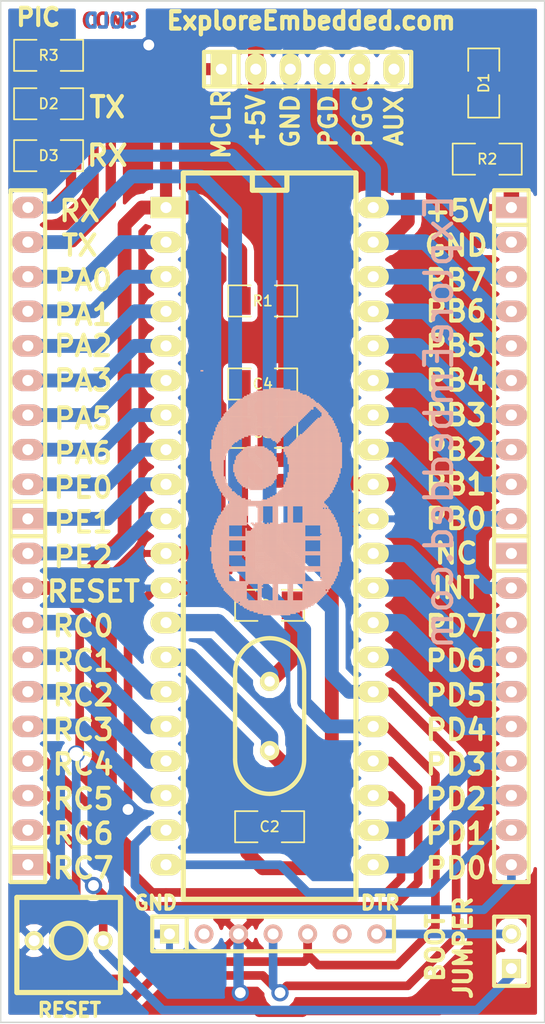
<source format=kicad_pcb>
(kicad_pcb (version 4) (host pcbnew "(2015-01-16 BZR 5376)-product")
  (layers (0 F.Cu signal hide) (31 B.Cu signal hide) (34 B.Paste user) (35 F.Paste user) (36 B.SilkS user) (37 F.SilkS user) (38 B.Mask user) (39 F.Mask user) (44 Edge.Cuts user))
  (net 0 "")
  (net 1 /+5V)
  (net 2 /D6/PGC)
  (net 3 /D7/PGD)
  (net 4 /INT)
  (net 5 /MCLR)
  (net 6 /PE2)
  (net 7 /RX)
  (net 8 /TX)
  (net 9 GND)
  (net 10 N-000001)
  (net 11 N-0000010)
  (net 12 N-0000011)
  (net 13 N-0000012)
  (net 14 N-0000014)
  (net 15 N-0000015)
  (net 16 N-0000016)
  (net 17 N-0000017)
  (net 18 N-0000018)
  (net 19 N-000002)
  (net 20 N-0000020)
  (net 21 N-0000025)
  (net 22 N-0000026)
  (net 23 N-0000028)
  (net 24 N-0000029)
  (net 25 N-000003)
  (net 26 N-0000030)
  (net 27 N-0000031)
  (net 28 N-0000032)
  (net 29 N-0000033)
  (net 30 N-0000036)
  (net 31 N-0000037)
  (net 32 N-0000038)
  (net 33 N-0000039)
  (net 34 N-0000040)
  (net 35 N-0000041)
  (net 36 N-0000042)
  (net 37 N-0000043)
  (net 38 N-000006)
  (net 39 N-000007)
  (net 40 N-000008)
  (net 41 N-000009)
  (module SM1206 (layer F.Cu) (at 207.772 97.028)
    (fp_text reference R1 (at 0 0) (layer F.SilkS) (effects (font (size 0.762 0.762) (thickness 0.127))))
    (fp_text value 10K hide)
    (pad 1 smd rect (at -1.651 0) (size 1.524 2.032) (layers F.Cu F.Paste F.Mask) (net 5 /MCLR))
    (pad 2 smd rect (at 1.651 0) (size 1.524 2.032) (layers F.Cu F.Paste F.Mask) (net 1 /+5V))
  )
  (module SM1206 (layer F.Cu) (at 208.28 119.38)
    (fp_text reference C1 (at 0 0) (layer F.SilkS) (effects (font (size 0.762 0.762) (thickness 0.127))))
    (fp_text value 22pF hide)
    (pad 1 smd rect (at -1.651 0) (size 1.524 2.032) (layers F.Cu F.Paste F.Mask) (net 9 GND))
    (pad 2 smd rect (at 1.651 0) (size 1.524 2.032) (layers F.Cu F.Paste F.Mask) (net 30 N-0000036))
  )
  (module SM1206 (layer F.Cu) (at 208.28 135.636)
    (fp_text reference C2 (at 0 0) (layer F.SilkS) (effects (font (size 0.762 0.762) (thickness 0.127))))
    (fp_text value 22pF hide)
    (pad 1 smd rect (at -1.651 0) (size 1.524 2.032) (layers F.Cu F.Paste F.Mask) (net 9 GND))
    (pad 2 smd rect (at 1.651 0) (size 1.524 2.032) (layers F.Cu F.Paste F.Mask) (net 31 N-0000037))
  )
  (module SM1206 (layer F.Cu) (at 207.772 106.68)
    (fp_text reference C3 (at 0 0) (layer F.SilkS) (effects (font (size 0.762 0.762) (thickness 0.127))))
    (fp_text value 0.1uF hide)
    (pad 1 smd rect (at -1.651 0) (size 1.524 2.032) (layers F.Cu F.Paste F.Mask) (net 9 GND))
    (pad 2 smd rect (at 1.651 0) (size 1.524 2.032) (layers F.Cu F.Paste F.Mask) (net 1 /+5V))
  )
  (module SM1206 (layer F.Cu) (at 207.772 103.124)
    (fp_text reference C4 (at 0 0) (layer F.SilkS) (effects (font (size 0.762 0.762) (thickness 0.127))))
    (fp_text value 0.1uF hide)
    (pad 1 smd rect (at -1.651 0) (size 1.524 2.032) (layers F.Cu F.Paste F.Mask) (net 9 GND))
    (pad 2 smd rect (at 1.651 0) (size 1.524 2.032) (layers F.Cu F.Paste F.Mask) (net 1 /+5V))
  )
  (module SIL-6 (layer F.Cu) (at 211.074 80.01)
    (fp_text reference P6 hide)
    (fp_text value ICSP hide)
    (pad 1 thru_hole rect (at -6.35 0) (size 1.5748 2.286) (drill 0.8128) (layers *.Cu *.Mask F.SilkS) (net 5 /MCLR))
    (pad 2 thru_hole oval (at -3.81 0) (size 1.5748 2.286) (drill 0.8128) (layers *.Cu *.Mask F.SilkS) (net 1 /+5V))
    (pad 3 thru_hole oval (at -1.27 0) (size 1.5748 2.286) (drill 0.8128) (layers *.Cu *.Mask F.SilkS) (net 9 GND))
    (pad 4 thru_hole oval (at 1.27 0) (size 1.5748 2.286) (drill 0.8128) (layers *.Cu *.Mask F.SilkS) (net 3 /D7/PGD))
    (pad 5 thru_hole oval (at 3.81 0) (size 1.5748 2.286) (drill 0.8128) (layers *.Cu *.Mask F.SilkS) (net 2 /D6/PGC))
    (pad 6 thru_hole oval (at 6.35 0) (size 1.5748 2.286) (drill 0.8128) (layers *.Cu *.Mask F.SilkS))
  )
  (module SIL-10 (layer F.Cu) (at 190.5 101.6 90)
    (fp_text reference P1 hide)
    (fp_text value CONN_10 hide)
    (pad 1 thru_hole rect (at -11.43 0 90) (size 1.5748 2.286) (drill 0.8128) (layers *.Cu *.Mask B.SilkS) (net 32 N-0000038))
    (pad 2 thru_hole oval (at -8.89 0 90) (size 1.5748 2.286) (drill 0.8128) (layers *.Cu *.Mask B.SilkS) (net 33 N-0000039))
    (pad 3 thru_hole oval (at -6.35 0 90) (size 1.5748 2.286) (drill 0.8128) (layers *.Cu *.Mask B.SilkS) (net 37 N-0000043))
    (pad 4 thru_hole oval (at -3.81 0 90) (size 1.5748 2.286) (drill 0.8128) (layers *.Cu *.Mask B.SilkS) (net 34 N-0000040))
    (pad 5 thru_hole oval (at -1.27 0 90) (size 1.5748 2.286) (drill 0.8128) (layers *.Cu *.Mask B.SilkS) (net 35 N-0000041))
    (pad 6 thru_hole oval (at 1.27 0 90) (size 1.5748 2.286) (drill 0.8128) (layers *.Cu *.Mask B.SilkS) (net 15 N-0000015))
    (pad 7 thru_hole oval (at 3.81 0 90) (size 1.5748 2.286) (drill 0.8128) (layers *.Cu *.Mask B.SilkS) (net 14 N-0000014))
    (pad 8 thru_hole oval (at 6.35 0 90) (size 1.5748 2.286) (drill 0.8128) (layers *.Cu *.Mask B.SilkS) (net 36 N-0000042))
    (pad 9 thru_hole oval (at 8.89 0 90) (size 1.5748 2.286) (drill 0.8128) (layers *.Cu *.Mask B.SilkS) (net 8 /TX))
    (pad 10 thru_hole oval (at 11.43 0 90) (size 1.5748 2.286) (drill 0.8128) (layers *.Cu *.Mask B.SilkS) (net 7 /RX))
  )
  (module SIL-10 (layer F.Cu) (at 190.5 127 90)
    (fp_text reference P2 hide)
    (fp_text value CONN_10 hide)
    (pad 1 thru_hole rect (at -11.43 0 90) (size 1.5748 2.286) (drill 0.8128) (layers *.Cu *.Mask B.SilkS) (net 7 /RX))
    (pad 2 thru_hole oval (at -8.89 0 90) (size 1.5748 2.286) (drill 0.8128) (layers *.Cu *.Mask B.SilkS) (net 8 /TX))
    (pad 3 thru_hole oval (at -6.35 0 90) (size 1.5748 2.286) (drill 0.8128) (layers *.Cu *.Mask B.SilkS) (net 39 N-000007))
    (pad 4 thru_hole oval (at -3.81 0 90) (size 1.5748 2.286) (drill 0.8128) (layers *.Cu *.Mask B.SilkS) (net 40 N-000008))
    (pad 5 thru_hole oval (at -1.27 0 90) (size 1.5748 2.286) (drill 0.8128) (layers *.Cu *.Mask B.SilkS) (net 16 N-0000016))
    (pad 6 thru_hole oval (at 1.27 0 90) (size 1.5748 2.286) (drill 0.8128) (layers *.Cu *.Mask B.SilkS) (net 17 N-0000017))
    (pad 7 thru_hole oval (at 3.81 0 90) (size 1.5748 2.286) (drill 0.8128) (layers *.Cu *.Mask B.SilkS) (net 18 N-0000018))
    (pad 8 thru_hole oval (at 6.35 0 90) (size 1.5748 2.286) (drill 0.8128) (layers *.Cu *.Mask B.SilkS) (net 20 N-0000020))
    (pad 9 thru_hole oval (at 8.89 0 90) (size 1.5748 2.286) (drill 0.8128) (layers *.Cu *.Mask B.SilkS) (net 5 /MCLR))
    (pad 10 thru_hole oval (at 11.43 0 90) (size 1.5748 2.286) (drill 0.8128) (layers *.Cu *.Mask B.SilkS) (net 6 /PE2))
  )
  (module SIL-10 (layer F.Cu) (at 226.06 127 270)
    (fp_text reference P4 hide)
    (fp_text value CONN_10 hide)
    (pad 1 thru_hole rect (at -11.43 0 270) (size 1.5748 2.286) (drill 0.8128) (layers *.Cu *.Mask B.SilkS))
    (pad 2 thru_hole oval (at -8.89 0 270) (size 1.5748 2.286) (drill 0.8128) (layers *.Cu *.Mask B.SilkS) (net 4 /INT))
    (pad 3 thru_hole oval (at -6.35 0 270) (size 1.5748 2.286) (drill 0.8128) (layers *.Cu *.Mask B.SilkS) (net 25 N-000003))
    (pad 4 thru_hole oval (at -3.81 0 270) (size 1.5748 2.286) (drill 0.8128) (layers *.Cu *.Mask B.SilkS) (net 19 N-000002))
    (pad 5 thru_hole oval (at -1.27 0 270) (size 1.5748 2.286) (drill 0.8128) (layers *.Cu *.Mask B.SilkS) (net 10 N-000001))
    (pad 6 thru_hole oval (at 1.27 0 270) (size 1.5748 2.286) (drill 0.8128) (layers *.Cu *.Mask B.SilkS) (net 38 N-000006))
    (pad 7 thru_hole oval (at 3.81 0 270) (size 1.5748 2.286) (drill 0.8128) (layers *.Cu *.Mask B.SilkS) (net 13 N-0000012))
    (pad 8 thru_hole oval (at 6.35 0 270) (size 1.5748 2.286) (drill 0.8128) (layers *.Cu *.Mask B.SilkS) (net 12 N-0000011))
    (pad 9 thru_hole oval (at 8.89 0 270) (size 1.5748 2.286) (drill 0.8128) (layers *.Cu *.Mask B.SilkS) (net 11 N-0000010))
    (pad 10 thru_hole oval (at 11.43 0 270) (size 1.5748 2.286) (drill 0.8128) (layers *.Cu *.Mask B.SilkS) (net 41 N-000009))
  )
  (module SIL-10 (layer F.Cu) (at 226.06 101.6 270)
    (fp_text reference P3 hide)
    (fp_text value CONN_10 hide)
    (pad 1 thru_hole rect (at -11.43 0 270) (size 1.5748 2.286) (drill 0.8128) (layers *.Cu *.Mask B.SilkS) (net 1 /+5V))
    (pad 2 thru_hole oval (at -8.89 0 270) (size 1.5748 2.286) (drill 0.8128) (layers *.Cu *.Mask B.SilkS) (net 9 GND))
    (pad 3 thru_hole oval (at -6.35 0 270) (size 1.5748 2.286) (drill 0.8128) (layers *.Cu *.Mask B.SilkS) (net 3 /D7/PGD))
    (pad 4 thru_hole oval (at -3.81 0 270) (size 1.5748 2.286) (drill 0.8128) (layers *.Cu *.Mask B.SilkS) (net 2 /D6/PGC))
    (pad 5 thru_hole oval (at -1.27 0 270) (size 1.5748 2.286) (drill 0.8128) (layers *.Cu *.Mask B.SilkS) (net 24 N-0000029))
    (pad 6 thru_hole oval (at 1.27 0 270) (size 1.5748 2.286) (drill 0.8128) (layers *.Cu *.Mask B.SilkS) (net 26 N-0000030))
    (pad 7 thru_hole oval (at 3.81 0 270) (size 1.5748 2.286) (drill 0.8128) (layers *.Cu *.Mask B.SilkS) (net 27 N-0000031))
    (pad 8 thru_hole oval (at 6.35 0 270) (size 1.5748 2.286) (drill 0.8128) (layers *.Cu *.Mask B.SilkS) (net 28 N-0000032))
    (pad 9 thru_hole oval (at 8.89 0 270) (size 1.5748 2.286) (drill 0.8128) (layers *.Cu *.Mask B.SilkS) (net 23 N-0000028))
    (pad 10 thru_hole oval (at 11.43 0 270) (size 1.5748 2.286) (drill 0.8128) (layers *.Cu *.Mask B.SilkS) (net 4 /INT))
  )
  (module HC-49V (layer F.Cu) (at 208.28 127.508 90)
    (fp_text reference X1 hide)
    (fp_text value 20Mhz hide)
    (pad 1 thru_hole circle (at -2.54 0 90) (size 1.4224 1.4224) (drill 0.762) (layers *.Cu *.Mask F.SilkS) (net 31 N-0000037))
    (pad 2 thru_hole circle (at 2.54 0 90) (size 1.4224 1.4224) (drill 0.762) (layers *.Cu *.Mask F.SilkS) (net 30 N-0000036))
  )
  (module DIP-40__600_ELL (layer F.Cu) (at 208.28 114.3 270)
    (fp_text reference U1 hide)
    (fp_text value 16F877A hide)
    (pad 1 thru_hole rect (at -24.13 7.62 270) (size 1.5748 2.286) (drill 0.8128) (layers *.Cu *.Mask F.SilkS) (net 5 /MCLR))
    (pad 2 thru_hole oval (at -21.59 7.62 270) (size 1.5748 2.286) (drill 0.8128) (layers *.Cu *.Mask F.SilkS) (net 36 N-0000042))
    (pad 3 thru_hole oval (at -19.05 7.62 270) (size 1.5748 2.286) (drill 0.8128) (layers *.Cu *.Mask F.SilkS) (net 14 N-0000014))
    (pad 4 thru_hole oval (at -16.51 7.62 270) (size 1.5748 2.286) (drill 0.8128) (layers *.Cu *.Mask F.SilkS) (net 15 N-0000015))
    (pad 5 thru_hole oval (at -13.97 7.62 270) (size 1.5748 2.286) (drill 0.8128) (layers *.Cu *.Mask F.SilkS) (net 35 N-0000041))
    (pad 6 thru_hole oval (at -11.43 7.62 270) (size 1.5748 2.286) (drill 0.8128) (layers *.Cu *.Mask F.SilkS) (net 34 N-0000040))
    (pad 7 thru_hole oval (at -8.89 7.62 270) (size 1.5748 2.286) (drill 0.8128) (layers *.Cu *.Mask F.SilkS) (net 37 N-0000043))
    (pad 8 thru_hole oval (at -6.35 7.62 270) (size 1.5748 2.286) (drill 0.8128) (layers *.Cu *.Mask F.SilkS) (net 33 N-0000039))
    (pad 9 thru_hole oval (at -3.81 7.62 270) (size 1.5748 2.286) (drill 0.8128) (layers *.Cu *.Mask F.SilkS) (net 32 N-0000038))
    (pad 10 thru_hole oval (at -1.27 7.62 270) (size 1.5748 2.286) (drill 0.8128) (layers *.Cu *.Mask F.SilkS) (net 6 /PE2))
    (pad 11 thru_hole oval (at 1.27 7.62 270) (size 1.5748 2.286) (drill 0.8128) (layers *.Cu *.Mask F.SilkS) (net 1 /+5V))
    (pad 12 thru_hole oval (at 3.81 7.62 270) (size 1.5748 2.286) (drill 0.8128) (layers *.Cu *.Mask F.SilkS) (net 9 GND))
    (pad 13 thru_hole oval (at 6.35 7.62 270) (size 1.5748 2.286) (drill 0.8128) (layers *.Cu *.Mask F.SilkS) (net 30 N-0000036))
    (pad 14 thru_hole oval (at 8.89 7.62 270) (size 1.5748 2.286) (drill 0.8128) (layers *.Cu *.Mask F.SilkS) (net 31 N-0000037))
    (pad 15 thru_hole oval (at 11.43 7.62 270) (size 1.5748 2.286) (drill 0.8128) (layers *.Cu *.Mask F.SilkS) (net 20 N-0000020))
    (pad 16 thru_hole oval (at 13.97 7.62 270) (size 1.5748 2.286) (drill 0.8128) (layers *.Cu *.Mask F.SilkS) (net 18 N-0000018))
    (pad 17 thru_hole oval (at 16.51 7.62 270) (size 1.5748 2.286) (drill 0.8128) (layers *.Cu *.Mask F.SilkS) (net 17 N-0000017))
    (pad 18 thru_hole oval (at 19.05 7.62 270) (size 1.5748 2.286) (drill 0.8128) (layers *.Cu *.Mask F.SilkS) (net 16 N-0000016))
    (pad 19 thru_hole oval (at 21.59 7.62 270) (size 1.5748 2.286) (drill 0.8128) (layers *.Cu *.Mask F.SilkS) (net 41 N-000009))
    (pad 20 thru_hole oval (at 24.13 7.62 270) (size 1.5748 2.286) (drill 0.8128) (layers *.Cu *.Mask F.SilkS) (net 11 N-0000010))
    (pad 21 thru_hole oval (at 24.13 -7.62 270) (size 1.5748 2.286) (drill 0.8128) (layers *.Cu *.Mask F.SilkS) (net 12 N-0000011))
    (pad 22 thru_hole oval (at 21.59 -7.62 270) (size 1.5748 2.286) (drill 0.8128) (layers *.Cu *.Mask F.SilkS) (net 13 N-0000012))
    (pad 23 thru_hole oval (at 19.05 -7.62 270) (size 1.5748 2.286) (drill 0.8128) (layers *.Cu *.Mask F.SilkS) (net 40 N-000008))
    (pad 24 thru_hole oval (at 16.51 -7.62 270) (size 1.5748 2.286) (drill 0.8128) (layers *.Cu *.Mask F.SilkS) (net 39 N-000007))
    (pad 25 thru_hole oval (at 13.97 -7.62 270) (size 1.5748 2.286) (drill 0.8128) (layers *.Cu *.Mask F.SilkS) (net 8 /TX))
    (pad 26 thru_hole oval (at 11.43 -7.62 270) (size 1.5748 2.286) (drill 0.8128) (layers *.Cu *.Mask F.SilkS) (net 7 /RX))
    (pad 27 thru_hole oval (at 8.89 -7.62 270) (size 1.5748 2.286) (drill 0.8128) (layers *.Cu *.Mask F.SilkS) (net 38 N-000006))
    (pad 28 thru_hole oval (at 6.35 -7.62 270) (size 1.5748 2.286) (drill 0.8128) (layers *.Cu *.Mask F.SilkS) (net 10 N-000001))
    (pad 29 thru_hole oval (at 3.81 -7.62 270) (size 1.5748 2.286) (drill 0.8128) (layers *.Cu *.Mask F.SilkS) (net 19 N-000002))
    (pad 30 thru_hole oval (at 1.27 -7.62 270) (size 1.5748 2.286) (drill 0.8128) (layers *.Cu *.Mask F.SilkS) (net 25 N-000003))
    (pad 31 thru_hole oval (at -1.27 -7.62 270) (size 1.5748 2.286) (drill 0.8128) (layers *.Cu *.Mask F.SilkS) (net 9 GND))
    (pad 32 thru_hole oval (at -3.81 -7.62 270) (size 1.5748 2.286) (drill 0.8128) (layers *.Cu *.Mask F.SilkS) (net 1 /+5V))
    (pad 33 thru_hole oval (at -6.35 -7.62 270) (size 1.5748 2.286) (drill 0.8128) (layers *.Cu *.Mask F.SilkS) (net 4 /INT))
    (pad 34 thru_hole oval (at -8.89 -7.62 270) (size 1.5748 2.286) (drill 0.8128) (layers *.Cu *.Mask F.SilkS) (net 23 N-0000028))
    (pad 35 thru_hole oval (at -11.43 -7.62 270) (size 1.5748 2.286) (drill 0.8128) (layers *.Cu *.Mask F.SilkS) (net 28 N-0000032))
    (pad 36 thru_hole oval (at -13.97 -7.62 270) (size 1.5748 2.286) (drill 0.8128) (layers *.Cu *.Mask F.SilkS) (net 27 N-0000031))
    (pad 37 thru_hole oval (at -16.51 -7.62 270) (size 1.5748 2.286) (drill 0.8128) (layers *.Cu *.Mask F.SilkS) (net 26 N-0000030))
    (pad 38 thru_hole oval (at -19.05 -7.62 270) (size 1.5748 2.286) (drill 0.8128) (layers *.Cu *.Mask F.SilkS) (net 24 N-0000029))
    (pad 39 thru_hole oval (at -21.59 -7.62 270) (size 1.5748 2.286) (drill 0.8128) (layers *.Cu *.Mask F.SilkS) (net 2 /D6/PGC))
    (pad 40 thru_hole oval (at -24.13 -7.62 270) (size 1.5748 2.286) (drill 0.8128) (layers *.Cu *.Mask F.SilkS) (net 3 /D7/PGD))
  )
  (module SM1206 (layer F.Cu) (at 224.282 86.614 180)
    (fp_text reference R2 (at 0 0 180) (layer F.SilkS) (effects (font (size 0.762 0.762) (thickness 0.127))))
    (fp_text value R hide)
    (pad 1 smd rect (at -1.651 0 180) (size 1.524 2.032) (layers F.Cu F.Paste F.Mask) (net 1 /+5V))
    (pad 2 smd rect (at 1.651 0 180) (size 1.524 2.032) (layers F.Cu F.Paste F.Mask) (net 29 N-0000033))
  )
  (module SM1206 (layer F.Cu) (at 224.028 81.026 90)
    (fp_text reference D1 (at 0 0 90) (layer F.SilkS) (effects (font (size 0.762 0.762) (thickness 0.127))))
    (fp_text value LED hide)
    (pad 1 smd rect (at -1.651 0 90) (size 1.524 2.032) (layers F.Cu F.Paste F.Mask) (net 29 N-0000033))
    (pad 2 smd rect (at 1.651 0 90) (size 1.524 2.032) (layers F.Cu F.Paste F.Mask) (net 9 GND))
  )
  (module SM1206 (layer F.Cu) (at 192.024 82.55 180)
    (fp_text reference D2 (at 0 0 180) (layer F.SilkS) (effects (font (size 0.762 0.762) (thickness 0.127))))
    (fp_text value LED hide)
    (pad 1 smd rect (at -1.651 0 180) (size 1.524 2.032) (layers F.Cu F.Paste F.Mask) (net 8 /TX))
    (pad 2 smd rect (at 1.651 0 180) (size 1.524 2.032) (layers F.Cu F.Paste F.Mask) (net 21 N-0000025))
  )
  (module SM1206 (layer F.Cu) (at 192.024 86.36 180)
    (fp_text reference D3 (at 0 0 180) (layer F.SilkS) (effects (font (size 0.762 0.762) (thickness 0.127))))
    (fp_text value LED hide)
    (pad 1 smd rect (at -1.651 0 180) (size 1.524 2.032) (layers F.Cu F.Paste F.Mask) (net 7 /RX))
    (pad 2 smd rect (at 1.651 0 180) (size 1.524 2.032) (layers F.Cu F.Paste F.Mask) (net 21 N-0000025))
  )
  (module SM1206 (layer F.Cu) (at 192.024 78.994)
    (fp_text reference R3 (at 0 0) (layer F.SilkS) (effects (font (size 0.762 0.762) (thickness 0.127))))
    (fp_text value R hide)
    (pad 1 smd rect (at -1.651 0) (size 1.524 2.032) (layers F.Cu F.Paste F.Mask) (net 21 N-0000025))
    (pad 2 smd rect (at 1.651 0) (size 1.524 2.032) (layers F.Cu F.Paste F.Mask) (net 9 GND))
  )
  (module SIL-7 (layer F.Cu) (at 208.534 143.51)
    (fp_text reference P5 hide)
    (fp_text value CONN_7 hide)
    (pad 1 thru_hole rect (at -7.62 0) (size 1.397 1.397) (drill 0.8128) (layers *.Cu *.Mask F.SilkS) (net 9 GND))
    (pad 2 thru_hole circle (at -5.08 0) (size 1.397 1.397) (drill 0.8128) (layers *.Cu *.SilkS *.Mask))
    (pad 3 thru_hole circle (at -2.54 0) (size 1.397 1.397) (drill 0.8128) (layers *.Cu *.SilkS *.Mask) (net 1 /+5V))
    (pad 4 thru_hole circle (at 0 0) (size 1.397 1.397) (drill 0.8128) (layers *.Cu *.SilkS *.Mask) (net 7 /RX))
    (pad 5 thru_hole circle (at 2.54 0) (size 1.397 1.397) (drill 0.8128) (layers *.Cu *.SilkS *.Mask) (net 8 /TX))
    (pad 6 thru_hole circle (at 5.08 0) (size 1.397 1.397) (drill 0.8128) (layers *.Cu *.SilkS *.Mask))
    (pad 7 thru_hole circle (at 7.62 0) (size 1.397 1.397) (drill 0.8128) (layers *.Cu *.SilkS *.Mask) (net 22 N-0000026))
  )
  (module SIL-2 (layer F.Cu) (at 226.06 144.78 90)
    (fp_text reference JP1 hide)
    (fp_text value JUMPER hide)
    (pad 1 thru_hole rect (at -1.27 0 90) (size 1.397 1.397) (drill 0.8128) (layers *.Cu *.Mask F.SilkS) (net 5 /MCLR))
    (pad 2 thru_hole circle (at 1.27 0 90) (size 1.397 1.397) (drill 0.8128) (layers *.Cu *.Mask F.SilkS) (net 22 N-0000026))
  )
  (module SW_PUSH_SMALL_2pin_xl (layer F.Cu) (at 193.5 144 180)
    (fp_text reference SW1 hide)
    (fp_text value rst hide)
    (pad 1 thru_hole circle (at -2.54 0 180) (size 1.397 1.397) (drill 0.8128) (layers *.Cu *.Mask F.SilkS) (net 5 /MCLR))
    (pad 2 thru_hole circle (at 2.54 0 180) (size 1.397 1.397) (drill 0.8128) (layers *.Cu *.Mask F.SilkS) (net 9 GND))
  )
  (module "logo:EE_LOGO(2)" (layer B.Cu) (at 203.2 102.108 270)
    (fp_text reference EE_LOGO hide)
    (fp_text value "" (at 0 0 270) (layer B.SilkS) (effects (justify mirror)))
  )
  (gr_text ExploreEmbedded.com (at 220.726 105.918 90) (layer B.SilkS) (effects (font (size 2 2) (thickness 0.3)) (justify mirror)))
  (gr_text SOLD (at 196.596 76.454) (layer B.Cu) (effects (font (size 1.016 1.016) (thickness 0.254)) (justify mirror)))
  (gr_text COMP (at 196.596 76.454) (layer F.Cu) (effects (font (size 1.016 1.016) (thickness 0.254))))
  (gr_text "BOOT\nJUMPER" (at 221.488 144.526 90) (layer F.SilkS) (effects (font (size 1.27 1.27) (thickness 0.3))))
  (gr_text DTR (at 216.408 141.224) (layer F.SilkS) (effects (font (size 1.016 1.016) (thickness 0.254))))
  (gr_text GND (at 199.898 141.224) (layer F.SilkS) (effects (font (size 1.016 1.016) (thickness 0.254))))
  (gr_text TX (at 196.342 82.804) (layer F.SilkS) (effects (font (size 1.5 1.5) (thickness 0.3))))
  (gr_line (start 228.5 150) (end 188.5 150) (angle 90) (layer Edge.Cuts) (width 0.1))
  (gr_line (start 228.5 75) (end 228.5 150) (angle 90) (layer Edge.Cuts) (width 0.1))
  (gr_line (start 188.5 75) (end 188.5 150) (angle 90) (layer Edge.Cuts) (width 0.1))
  (gr_line (start 188.5 75) (end 228.5 75) (angle 90) (layer Edge.Cuts) (width 0.1))
  (gr_text PIC (at 191.262 76.2) (layer F.SilkS) (effects (font (size 1.27 1.27) (thickness 0.3))))
  (gr_text RX (at 196.342 86.36) (layer F.SilkS) (effects (font (size 1.5 1.5) (thickness 0.3))))
  (gr_text ExploreEmbedded.com (at 211.328 76.454) (layer F.SilkS) (effects (font (size 1.27 1.27) (thickness 0.3175))))
  (gr_text INT (at 221.996 118.11) (layer F.SilkS) (effects (font (size 1.5 1.5) (thickness 0.3))))
  (gr_text NC (at 221.996 115.57) (layer F.SilkS) (effects (font (size 1.5 1.5) (thickness 0.3))))
  (gr_text +5V (at 221.996 90.424) (layer F.SilkS) (effects (font (size 1.5 1.5) (thickness 0.3))))
  (gr_text GND (at 221.996 92.964) (layer F.SilkS) (effects (font (size 1.5 1.5) (thickness 0.3))))
  (gr_text PB0 (at 221.996 113.03) (layer F.SilkS) (effects (font (size 1.5 1.5) (thickness 0.3))))
  (gr_text PB1 (at 221.996 110.49) (layer F.SilkS) (effects (font (size 1.5 1.5) (thickness 0.3))))
  (gr_text PB2 (at 221.996 107.95) (layer F.SilkS) (effects (font (size 1.5 1.5) (thickness 0.3))))
  (gr_text PB3 (at 221.996 105.41) (layer F.SilkS) (effects (font (size 1.5 1.5) (thickness 0.3))))
  (gr_text PB4 (at 221.996 102.87) (layer F.SilkS) (effects (font (size 1.5 1.5) (thickness 0.3))))
  (gr_text PB5 (at 221.996 100.33) (layer F.SilkS) (effects (font (size 1.5 1.5) (thickness 0.3))))
  (gr_text PB6 (at 221.996 97.79) (layer F.SilkS) (effects (font (size 1.5 1.5) (thickness 0.3))))
  (gr_text PB7 (at 221.996 95.504) (layer F.SilkS) (effects (font (size 1.5 1.5) (thickness 0.3))))
  (gr_text PD0 (at 221.996 138.684) (layer F.SilkS) (effects (font (size 1.5 1.5) (thickness 0.3))))
  (gr_text PD1 (at 221.996 136.144) (layer F.SilkS) (effects (font (size 1.5 1.5) (thickness 0.3))))
  (gr_text PD2 (at 221.996 133.604) (layer F.SilkS) (effects (font (size 1.5 1.5) (thickness 0.3))))
  (gr_text PD3 (at 221.996 131.064) (layer F.SilkS) (effects (font (size 1.5 1.5) (thickness 0.3))))
  (gr_text PD4 (at 221.996 128.524) (layer F.SilkS) (effects (font (size 1.5 1.5) (thickness 0.3))))
  (gr_text PD5 (at 221.996 125.984) (layer F.SilkS) (effects (font (size 1.5 1.5) (thickness 0.3))))
  (gr_text PD6 (at 221.996 123.444) (layer F.SilkS) (effects (font (size 1.5 1.5) (thickness 0.3))))
  (gr_text PD7 (at 221.996 120.904) (layer F.SilkS) (effects (font (size 1.5 1.5) (thickness 0.3))))
  (gr_text RESET (at 195.326 118.364) (layer F.SilkS) (effects (font (size 1.5 1.5) (thickness 0.3))))
  (gr_text RC7 (at 194.564 138.684) (layer F.SilkS) (effects (font (size 1.5 1.5) (thickness 0.3))))
  (gr_text RC6 (at 194.564 136.144) (layer F.SilkS) (effects (font (size 1.5 1.5) (thickness 0.3))))
  (gr_text RC5 (at 194.564 133.604) (layer F.SilkS) (effects (font (size 1.5 1.5) (thickness 0.3))))
  (gr_text RC4 (at 194.564 131.064) (layer F.SilkS) (effects (font (size 1.5 1.5) (thickness 0.3))))
  (gr_text RC3 (at 194.564 128.524) (layer F.SilkS) (effects (font (size 1.5 1.5) (thickness 0.3))))
  (gr_text RC2 (at 194.564 125.984) (layer F.SilkS) (effects (font (size 1.5 1.5) (thickness 0.3))))
  (gr_text RC1 (at 194.564 123.444) (layer F.SilkS) (effects (font (size 1.5 1.5) (thickness 0.3))))
  (gr_text RC0 (at 194.564 120.904) (layer F.SilkS) (effects (font (size 1.5 1.5) (thickness 0.3))))
  (gr_text PE2 (at 194.564 115.824) (layer F.SilkS) (effects (font (size 1.5 1.5) (thickness 0.3))))
  (gr_text PE1 (at 194.564 113.284) (layer F.SilkS) (effects (font (size 1.5 1.5) (thickness 0.3))))
  (gr_text PE0 (at 194.564 110.744) (layer F.SilkS) (effects (font (size 1.5 1.5) (thickness 0.3))))
  (gr_text "PA6\n" (at 194.564 108.204) (layer F.SilkS) (effects (font (size 1.5 1.5) (thickness 0.3))))
  (gr_text PA5 (at 194.564 105.664) (layer F.SilkS) (effects (font (size 1.5 1.5) (thickness 0.3))))
  (gr_text PA3 (at 194.564 102.87) (layer F.SilkS) (effects (font (size 1.5 1.5) (thickness 0.3))))
  (gr_text "PA2\n" (at 194.564 100.33) (layer F.SilkS) (effects (font (size 1.5 1.5) (thickness 0.3))))
  (gr_text PA1 (at 194.564 98.044) (layer F.SilkS) (effects (font (size 1.5 1.5) (thickness 0.3))))
  (gr_text PA0 (at 194.564 95.504) (layer F.SilkS) (effects (font (size 1.5 1.5) (thickness 0.3))))
  (gr_text AUX (at 217.424 83.82 90) (layer F.SilkS) (effects (font (size 1.27 1.27) (thickness 0.254))))
  (gr_text PGC (at 215.138 83.82 90) (layer F.SilkS) (effects (font (size 1.27 1.27) (thickness 0.254))))
  (gr_text PGD (at 212.598 83.82 90) (layer F.SilkS) (effects (font (size 1.27 1.27) (thickness 0.254))))
  (gr_text GND (at 209.804 83.82 90) (layer F.SilkS) (effects (font (size 1.27 1.27) (thickness 0.254))))
  (gr_text +5V (at 207.264 83.82 90) (layer F.SilkS) (effects (font (size 1.27 1.27) (thickness 0.254))))
  (gr_text MCLR (at 204.724 84.074 90) (layer F.SilkS) (effects (font (size 1.27 1.27) (thickness 0.254))))
  (gr_text RESET (at 193.548 149.098) (layer F.SilkS) (effects (font (size 1.016 1.016) (thickness 0.254))))
  (gr_text TX (at 194.31 92.964) (layer F.SilkS) (effects (font (size 1.5 1.5) (thickness 0.3))))
  (gr_text RX (at 194.31 90.424) (layer F.SilkS) (effects (font (size 1.5 1.5) (thickness 0.3))))
  (segment (start 207.01 79.756) (end 207.01 80.01) (width 1.016) (layer F.Cu) (net 1))
  (segment (start 209.423 103.124) (end 209.423 106.68) (width 1.016) (layer F.Cu) (net 1))
  (segment (start 210.82 106.68) (end 214.63 110.49) (width 1.016) (layer F.Cu) (net 1))
  (segment (start 214.63 110.49) (end 215.9 110.49) (width 1.016) (layer F.Cu) (net 1))
  (segment (start 209.423 106.68) (end 210.82 106.68) (width 1.016) (layer F.Cu) (net 1))
  (segment (start 201.93 115.57) (end 203.708 113.792) (width 1.016) (layer F.Cu) (net 1))
  (segment (start 203.708 102.616) (end 203.708 101.6) (width 1.016) (layer F.Cu) (net 1))
  (segment (start 203.708 113.792) (end 203.708 102.616) (width 1.016) (layer F.Cu) (net 1))
  (segment (start 200.66 115.57) (end 201.93 115.57) (width 1.016) (layer F.Cu) (net 1))
  (segment (start 209.423 103.124) (end 209.423 97.028) (width 1.016) (layer F.Cu) (net 1))
  (segment (start 203.708 101.092) (end 204.724 100.076) (width 1.016) (layer F.Cu) (net 1))
  (segment (start 204.724 100.076) (end 207.772 100.076) (width 1.016) (layer F.Cu) (net 1))
  (segment (start 207.772 100.076) (end 209.423 98.425) (width 1.016) (layer F.Cu) (net 1))
  (segment (start 209.423 98.425) (end 209.423 97.028) (width 1.016) (layer F.Cu) (net 1))
  (segment (start 203.708 102.616) (end 203.708 101.092) (width 1.016) (layer F.Cu) (net 1))
  (segment (start 226.06 86.741) (end 225.933 86.614) (width 1.143) (layer F.Cu) (net 1))
  (segment (start 226.06 90.17) (end 226.06 86.741) (width 1.143) (layer F.Cu) (net 1))
  (segment (start 225.552 77.216) (end 227.076 78.74) (width 1.016) (layer F.Cu) (net 1))
  (segment (start 227.076 78.74) (end 227.076 85.471) (width 1.016) (layer F.Cu) (net 1))
  (segment (start 227.076 85.471) (end 225.933 86.614) (width 1.016) (layer F.Cu) (net 1))
  (segment (start 211.836 77.216) (end 221.488 77.216) (width 1.016) (layer F.Cu) (net 1))
  (segment (start 211.328 77.216) (end 211.836 77.216) (width 1.016) (layer F.Cu) (net 1))
  (segment (start 221.488 77.216) (end 225.552 77.216) (width 1.016) (layer F.Cu) (net 1))
  (segment (start 207.264 86.106) (end 207.264 80.01) (width 1.143) (layer F.Cu) (net 1))
  (segment (start 209.423 88.265) (end 207.264 86.106) (width 1.143) (layer F.Cu) (net 1))
  (segment (start 209.423 97.028) (end 209.423 88.265) (width 1.143) (layer F.Cu) (net 1))
  (segment (start 208.534 77.216) (end 207.264 78.486) (width 1.143) (layer F.Cu) (net 1))
  (segment (start 207.264 78.486) (end 207.264 80.01) (width 1.143) (layer F.Cu) (net 1))
  (segment (start 211.836 77.216) (end 208.534 77.216) (width 1.143) (layer F.Cu) (net 1))
  (segment (start 206.121 147.828) (end 205.994 147.701) (width 0.762) (layer B.Cu) (net 1))
  (segment (start 205.994 147.701) (end 205.994 143.51) (width 0.762) (layer B.Cu) (net 1))
  (segment (start 222.25 147.574) (end 220.726 149.098) (width 0.762) (layer F.Cu) (net 1))
  (segment (start 218.44 110.49) (end 223.52 115.57) (width 1.016) (layer F.Cu) (net 1))
  (segment (start 223.52 115.57) (end 223.52 146.304) (width 1.016) (layer F.Cu) (net 1))
  (segment (start 223.52 146.304) (end 222.25 147.574) (width 1.016) (layer F.Cu) (net 1))
  (segment (start 215.9 110.49) (end 218.44 110.49) (width 1.016) (layer F.Cu) (net 1))
  (segment (start 207.518 149.225) (end 206.121 147.828) (width 0.762) (layer F.Cu) (net 1))
  (segment (start 210.693 149.225) (end 207.518 149.225) (width 0.762) (layer F.Cu) (net 1))
  (segment (start 210.82 149.098) (end 210.693 149.225) (width 0.762) (layer F.Cu) (net 1))
  (segment (start 220.726 149.098) (end 210.82 149.098) (width 0.762) (layer F.Cu) (net 1))
  (via (at 206.121 147.828) (size 1.27) (drill 0.8001) (layers F.Cu B.Cu) (net 1))
  (segment (start 224.79 97.79) (end 226.06 97.79) (width 1.143) (layer B.Cu) (net 2))
  (segment (start 219.71 92.71) (end 224.79 97.79) (width 1.143) (layer B.Cu) (net 2))
  (segment (start 215.9 92.71) (end 219.71 92.71) (width 1.143) (layer B.Cu) (net 2))
  (segment (start 218.44 86.36) (end 218.44 91.186) (width 1.016) (layer F.Cu) (net 2))
  (segment (start 216.916 92.71) (end 218.44 91.186) (width 1.016) (layer F.Cu) (net 2))
  (segment (start 215.9 92.71) (end 216.916 92.71) (width 1.016) (layer F.Cu) (net 2))
  (segment (start 214.884 82.804) (end 218.44 86.36) (width 1.143) (layer F.Cu) (net 2))
  (segment (start 214.884 80.01) (end 214.884 82.804) (width 1.143) (layer F.Cu) (net 2))
  (segment (start 224.79 95.25) (end 226.06 95.25) (width 1.143) (layer B.Cu) (net 3))
  (segment (start 219.71 90.17) (end 224.79 95.25) (width 1.143) (layer B.Cu) (net 3))
  (segment (start 215.9 90.17) (end 219.71 90.17) (width 1.143) (layer B.Cu) (net 3))
  (segment (start 214.63 86.106) (end 215.9 87.376) (width 1.143) (layer B.Cu) (net 3))
  (segment (start 212.344 83.82) (end 212.344 80.01) (width 1.143) (layer B.Cu) (net 3))
  (segment (start 215.9 87.376) (end 212.344 83.82) (width 1.143) (layer B.Cu) (net 3))
  (segment (start 215.9 90.17) (end 215.9 87.376) (width 1.143) (layer B.Cu) (net 3))
  (segment (start 217.678 107.95) (end 222.758 113.03) (width 1.143) (layer B.Cu) (net 4))
  (segment (start 215.9 107.95) (end 217.678 107.95) (width 1.143) (layer B.Cu) (net 4))
  (segment (start 222.758 113.03) (end 226.06 113.03) (width 1.143) (layer B.Cu) (net 4))
  (segment (start 224.282 118.11) (end 223.012 116.84) (width 0.889) (layer B.Cu) (net 4))
  (segment (start 223.012 116.84) (end 223.012 114.046) (width 0.889) (layer B.Cu) (net 4))
  (segment (start 223.012 114.046) (end 224.028 113.03) (width 0.889) (layer B.Cu) (net 4))
  (segment (start 224.028 113.03) (end 226.06 113.03) (width 0.889) (layer B.Cu) (net 4))
  (segment (start 226.06 118.11) (end 224.282 118.11) (width 0.889) (layer B.Cu) (net 4))
  (segment (start 206.121 93.345) (end 202.946 90.17) (width 1.016) (layer F.Cu) (net 5))
  (segment (start 197.612 91.44) (end 198.882 90.17) (width 1.016) (layer F.Cu) (net 5))
  (segment (start 197.612 114.3) (end 197.612 91.44) (width 1.016) (layer F.Cu) (net 5))
  (segment (start 190.5 118.11) (end 193.802 118.11) (width 1.016) (layer F.Cu) (net 5))
  (segment (start 193.802 118.11) (end 197.612 114.3) (width 1.016) (layer F.Cu) (net 5))
  (segment (start 198.882 90.17) (end 200.66 90.17) (width 1.016) (layer F.Cu) (net 5))
  (segment (start 206.121 93.345) (end 206.121 97.028) (width 1.016) (layer F.Cu) (net 5))
  (segment (start 202.946 90.17) (end 206.121 93.345) (width 1.016) (layer F.Cu) (net 5))
  (segment (start 200.66 90.17) (end 202.946 90.17) (width 1.016) (layer F.Cu) (net 5))
  (segment (start 226.06 146.558) (end 223.52 149.098) (width 0.635) (layer B.Cu) (net 5))
  (segment (start 223.52 149.098) (end 200.406 149.098) (width 0.635) (layer B.Cu) (net 5))
  (segment (start 200.406 149.098) (end 196.04 144.732) (width 0.635) (layer B.Cu) (net 5))
  (segment (start 196.04 144.732) (end 196.04 144) (width 0.635) (layer B.Cu) (net 5))
  (segment (start 226.06 146.05) (end 226.06 146.558) (width 0.635) (layer B.Cu) (net 5))
  (segment (start 200.66 82.55) (end 203.2 80.01) (width 0.889) (layer F.Cu) (net 5))
  (segment (start 203.2 80.01) (end 204.724 80.01) (width 0.889) (layer F.Cu) (net 5))
  (segment (start 200.66 90.17) (end 200.66 82.55) (width 0.889) (layer F.Cu) (net 5))
  (segment (start 196.04 140.668) (end 195.326 139.954) (width 0.635) (layer F.Cu) (net 5))
  (via (at 195.326 139.954) (size 1.27) (drill 0.8001) (layers F.Cu B.Cu) (net 5))
  (segment (start 195.326 139.954) (end 194.056 138.684) (width 0.635) (layer B.Cu) (net 5))
  (segment (start 194.056 138.684) (end 194.056 130.302) (width 0.635) (layer B.Cu) (net 5))
  (via (at 194.056 130.302) (size 1.27) (drill 1.016) (layers F.Cu B.Cu) (net 5))
  (segment (start 194.056 130.302) (end 194.31 130.048) (width 0.635) (layer F.Cu) (net 5))
  (segment (start 194.31 130.048) (end 194.31 119.888) (width 0.635) (layer F.Cu) (net 5))
  (segment (start 194.31 119.888) (end 192.532 118.11) (width 0.635) (layer F.Cu) (net 5))
  (segment (start 192.532 118.11) (end 190.5 118.11) (width 0.635) (layer F.Cu) (net 5))
  (segment (start 196.04 144) (end 196.04 140.668) (width 0.635) (layer F.Cu) (net 5))
  (segment (start 196.85 115.57) (end 199.39 113.03) (width 1.016) (layer B.Cu) (net 6))
  (segment (start 190.5 115.57) (end 196.85 115.57) (width 1.016) (layer B.Cu) (net 6))
  (segment (start 199.39 113.03) (end 200.66 113.03) (width 1.016) (layer B.Cu) (net 6))
  (segment (start 220.218 128.778) (end 217.17 125.73) (width 0.635) (layer F.Cu) (net 7))
  (segment (start 217.17 125.73) (end 215.9 125.73) (width 0.635) (layer F.Cu) (net 7))
  (segment (start 212.852 120.142) (end 212.852 124.46) (width 1.016) (layer B.Cu) (net 7))
  (segment (start 212.852 124.46) (end 214.122 125.73) (width 1.016) (layer B.Cu) (net 7))
  (segment (start 214.122 125.73) (end 215.9 125.73) (width 1.016) (layer B.Cu) (net 7))
  (segment (start 209.042 147.828) (end 208.534 147.32) (width 0.635) (layer B.Cu) (net 7))
  (via (at 209.042 147.828) (size 1.27) (drill 0.8001) (layers F.Cu B.Cu) (net 7))
  (segment (start 208.534 147.32) (end 208.534 143.51) (width 0.635) (layer B.Cu) (net 7))
  (segment (start 191.77 138.43) (end 190.5 138.43) (width 0.635) (layer F.Cu) (net 7))
  (segment (start 192.786 139.446) (end 191.77 138.43) (width 0.635) (layer F.Cu) (net 7))
  (segment (start 192.786 146.558) (end 192.786 139.446) (width 0.635) (layer F.Cu) (net 7))
  (segment (start 194.564 148.336) (end 192.786 146.558) (width 0.635) (layer F.Cu) (net 7))
  (segment (start 198.12 148.336) (end 194.564 148.336) (width 0.635) (layer F.Cu) (net 7))
  (segment (start 198.628 147.828) (end 198.12 148.336) (width 0.635) (layer F.Cu) (net 7))
  (segment (start 196.342 86.36) (end 192.532 90.17) (width 0.889) (layer B.Cu) (net 7))
  (segment (start 192.532 90.17) (end 190.5 90.17) (width 0.889) (layer B.Cu) (net 7))
  (segment (start 205.486 86.36) (end 196.342 86.36) (width 0.889) (layer B.Cu) (net 7))
  (segment (start 221.488 130.048) (end 221.996 130.556) (width 0.635) (layer F.Cu) (net 7))
  (segment (start 221.996 130.556) (end 221.996 143.764) (width 0.635) (layer F.Cu) (net 7))
  (segment (start 221.996 143.764) (end 218.44 147.32) (width 0.635) (layer F.Cu) (net 7))
  (segment (start 218.44 147.32) (end 209.55 147.32) (width 0.635) (layer F.Cu) (net 7))
  (segment (start 209.55 147.32) (end 209.042 147.828) (width 0.635) (layer F.Cu) (net 7))
  (segment (start 220.218 128.778) (end 221.488 130.048) (width 0.635) (layer F.Cu) (net 7))
  (segment (start 207.772 146.558) (end 199.898 146.558) (width 0.635) (layer F.Cu) (net 7))
  (segment (start 199.898 146.558) (end 198.628 147.828) (width 0.635) (layer F.Cu) (net 7))
  (segment (start 209.042 147.828) (end 207.772 146.558) (width 0.635) (layer F.Cu) (net 7))
  (segment (start 212.852 119.634) (end 208.28 115.062) (width 1.016) (layer B.Cu) (net 7))
  (segment (start 208.28 115.062) (end 208.28 89.154) (width 1.016) (layer B.Cu) (net 7))
  (segment (start 208.28 89.154) (end 205.486 86.36) (width 1.016) (layer B.Cu) (net 7))
  (segment (start 212.852 120.142) (end 212.852 119.634) (width 1.016) (layer B.Cu) (net 7))
  (segment (start 192.278 90.17) (end 193.675 88.773) (width 0.762) (layer F.Cu) (net 7))
  (segment (start 193.675 88.773) (end 193.675 86.36) (width 0.762) (layer F.Cu) (net 7))
  (segment (start 190.5 90.17) (end 192.278 90.17) (width 0.762) (layer F.Cu) (net 7))
  (segment (start 210.82 126.492) (end 210.82 123.444) (width 1.016) (layer B.Cu) (net 8))
  (segment (start 212.598 128.27) (end 210.82 126.492) (width 1.016) (layer B.Cu) (net 8))
  (segment (start 215.9 128.27) (end 212.598 128.27) (width 1.016) (layer B.Cu) (net 8))
  (segment (start 211.836 145.796) (end 211.074 145.034) (width 0.635) (layer F.Cu) (net 8))
  (segment (start 211.074 145.034) (end 211.074 143.51) (width 0.635) (layer F.Cu) (net 8))
  (segment (start 211.074 145.288) (end 210.82 145.542) (width 0.635) (layer F.Cu) (net 8))
  (segment (start 210.82 145.542) (end 199.136 145.542) (width 0.635) (layer F.Cu) (net 8))
  (segment (start 199.136 145.542) (end 197.866 146.812) (width 0.635) (layer F.Cu) (net 8))
  (segment (start 197.866 146.812) (end 195.326 146.812) (width 0.635) (layer F.Cu) (net 8))
  (segment (start 195.326 146.812) (end 194.056 145.542) (width 0.635) (layer F.Cu) (net 8))
  (segment (start 194.056 145.542) (end 194.056 137.16) (width 0.635) (layer F.Cu) (net 8))
  (segment (start 194.056 137.16) (end 192.786 135.89) (width 0.635) (layer F.Cu) (net 8))
  (segment (start 192.786 135.89) (end 190.5 135.89) (width 0.635) (layer F.Cu) (net 8))
  (segment (start 211.074 143.51) (end 211.074 145.288) (width 0.635) (layer F.Cu) (net 8))
  (segment (start 198.12 87.884) (end 193.294 92.71) (width 1.016) (layer B.Cu) (net 8))
  (segment (start 193.294 92.71) (end 190.5 92.71) (width 1.016) (layer B.Cu) (net 8))
  (segment (start 203.2 87.884) (end 198.12 87.884) (width 1.016) (layer B.Cu) (net 8))
  (segment (start 193.802 92.71) (end 196.596 89.916) (width 0.635) (layer F.Cu) (net 8))
  (segment (start 216.916 128.27) (end 220.472 131.826) (width 0.635) (layer F.Cu) (net 8))
  (segment (start 220.472 131.826) (end 220.472 143.002) (width 0.635) (layer F.Cu) (net 8))
  (segment (start 220.472 143.002) (end 217.678 145.796) (width 0.635) (layer F.Cu) (net 8))
  (segment (start 217.678 145.796) (end 211.836 145.796) (width 0.635) (layer F.Cu) (net 8))
  (segment (start 215.9 128.27) (end 216.916 128.27) (width 0.635) (layer F.Cu) (net 8))
  (segment (start 210.82 121.158) (end 205.74 116.078) (width 1.016) (layer B.Cu) (net 8))
  (segment (start 205.74 116.078) (end 205.74 90.424) (width 1.016) (layer B.Cu) (net 8))
  (segment (start 205.74 90.424) (end 203.2 87.884) (width 1.016) (layer B.Cu) (net 8))
  (segment (start 210.82 123.444) (end 210.82 121.158) (width 1.016) (layer B.Cu) (net 8))
  (segment (start 195.326 82.55) (end 193.675 82.55) (width 0.762) (layer F.Cu) (net 8))
  (segment (start 196.596 83.82) (end 195.326 82.55) (width 0.762) (layer F.Cu) (net 8))
  (segment (start 196.596 89.916) (end 196.596 83.82) (width 0.762) (layer F.Cu) (net 8))
  (segment (start 193.802 92.71) (end 196.596 89.916) (width 0.762) (layer F.Cu) (net 8))
  (segment (start 190.5 92.71) (end 193.802 92.71) (width 0.762) (layer F.Cu) (net 8))
  (segment (start 223.774 91.694) (end 222.504 90.424) (width 1.143) (layer B.Cu) (net 9))
  (segment (start 224.79 92.71) (end 223.774 91.694) (width 1.143) (layer B.Cu) (net 9))
  (segment (start 226.06 92.71) (end 224.79 92.71) (width 1.143) (layer B.Cu) (net 9))
  (segment (start 206.121 103.124) (end 206.121 106.68) (width 1.016) (layer F.Cu) (net 9))
  (segment (start 206.121 106.68) (end 206.121 113.792) (width 1.016) (layer F.Cu) (net 9))
  (segment (start 214.63 113.03) (end 211.836 110.236) (width 1.016) (layer F.Cu) (net 9))
  (segment (start 211.836 110.236) (end 207.772 110.236) (width 1.016) (layer F.Cu) (net 9))
  (segment (start 207.772 110.236) (end 206.121 108.585) (width 1.016) (layer F.Cu) (net 9))
  (segment (start 206.121 108.585) (end 206.121 106.68) (width 1.016) (layer F.Cu) (net 9))
  (segment (start 215.9 113.03) (end 214.63 113.03) (width 1.016) (layer F.Cu) (net 9))
  (segment (start 214.63 113.03) (end 215.9 113.03) (width 1.016) (layer F.Cu) (net 9))
  (segment (start 212.852 130.556) (end 212.852 114.808) (width 1.016) (layer F.Cu) (net 9))
  (segment (start 212.852 131.064) (end 212.852 130.556) (width 1.016) (layer F.Cu) (net 9))
  (segment (start 212.852 114.808) (end 214.63 113.03) (width 1.016) (layer F.Cu) (net 9))
  (segment (start 206.121 113.665) (end 206.629 114.173) (width 1.143) (layer F.Cu) (net 9))
  (segment (start 206.629 114.173) (end 206.629 119.38) (width 1.143) (layer F.Cu) (net 9))
  (segment (start 206.121 106.68) (end 206.121 113.665) (width 1.143) (layer F.Cu) (net 9))
  (segment (start 211.836 138.684) (end 207.772 138.684) (width 1.016) (layer F.Cu) (net 9))
  (segment (start 212.852 137.668) (end 211.836 138.684) (width 1.016) (layer F.Cu) (net 9))
  (segment (start 212.852 130.556) (end 212.852 137.668) (width 1.016) (layer F.Cu) (net 9))
  (segment (start 205.359 118.11) (end 206.629 119.38) (width 1.016) (layer F.Cu) (net 9))
  (segment (start 200.66 118.11) (end 205.359 118.11) (width 1.016) (layer F.Cu) (net 9))
  (segment (start 222.504 90.424) (end 223.774 91.694) (width 1.016) (layer B.Cu) (net 9))
  (segment (start 223.52 92.71) (end 220.218 89.408) (width 0.889) (layer F.Cu) (net 9))
  (segment (start 220.218 89.408) (end 220.218 82.804) (width 0.889) (layer F.Cu) (net 9))
  (segment (start 220.218 82.804) (end 223.647 79.375) (width 0.889) (layer F.Cu) (net 9))
  (segment (start 223.647 79.375) (end 224.028 79.375) (width 0.889) (layer F.Cu) (net 9))
  (segment (start 226.06 92.71) (end 223.52 92.71) (width 0.889) (layer F.Cu) (net 9))
  (segment (start 220.472 78.994) (end 218.694 77.216) (width 1.143) (layer B.Cu) (net 9))
  (segment (start 220.472 88.138) (end 220.472 78.994) (width 1.143) (layer B.Cu) (net 9))
  (segment (start 222.504 90.17) (end 220.472 88.138) (width 1.143) (layer B.Cu) (net 9))
  (segment (start 209.804 80.01) (end 209.804 78.74) (width 1.143) (layer B.Cu) (net 9))
  (segment (start 218.694 77.216) (end 213.36 77.216) (width 1.143) (layer B.Cu) (net 9))
  (segment (start 211.328 77.216) (end 213.36 77.216) (width 1.143) (layer B.Cu) (net 9))
  (segment (start 209.804 78.74) (end 211.328 77.216) (width 1.143) (layer B.Cu) (net 9))
  (segment (start 222.504 90.424) (end 222.504 90.17) (width 1.143) (layer B.Cu) (net 9))
  (segment (start 206.629 137.541) (end 207.772 138.684) (width 1.016) (layer F.Cu) (net 9))
  (segment (start 206.629 135.636) (end 206.629 137.541) (width 1.016) (layer F.Cu) (net 9))
  (segment (start 197.866 142.24) (end 192.72 142.24) (width 0.635) (layer B.Cu) (net 9))
  (segment (start 198.628 143.002) (end 197.866 142.24) (width 0.635) (layer B.Cu) (net 9))
  (segment (start 192.72 142.24) (end 190.96 144) (width 0.635) (layer B.Cu) (net 9))
  (segment (start 199.136 143.51) (end 198.628 143.002) (width 0.635) (layer B.Cu) (net 9))
  (segment (start 200.914 143.51) (end 199.136 143.51) (width 0.635) (layer B.Cu) (net 9))
  (segment (start 213.614 113.03) (end 211.582 110.998) (width 1.016) (layer B.Cu) (net 9))
  (segment (start 211.582 110.998) (end 211.582 87.376) (width 1.016) (layer B.Cu) (net 9))
  (segment (start 211.582 87.376) (end 209.804 85.598) (width 1.016) (layer B.Cu) (net 9))
  (segment (start 209.804 85.598) (end 209.804 80.01) (width 1.016) (layer B.Cu) (net 9))
  (segment (start 215.9 113.03) (end 213.614 113.03) (width 1.016) (layer B.Cu) (net 9))
  (segment (start 197.104 140.208) (end 197.104 135.128) (width 0.635) (layer B.Cu) (net 9))
  (segment (start 197.104 140.716) (end 197.104 140.208) (width 0.635) (layer B.Cu) (net 9))
  (segment (start 197.104 135.128) (end 197.866 134.366) (width 0.635) (layer B.Cu) (net 9))
  (via (at 197.866 134.366) (size 1.27) (drill 0.8001) (layers F.Cu B.Cu) (net 9))
  (segment (start 197.866 134.366) (end 197.866 123.444) (width 0.635) (layer F.Cu) (net 9))
  (segment (start 197.866 123.444) (end 197.866 120.142) (width 0.635) (layer F.Cu) (net 9))
  (segment (start 197.866 120.142) (end 199.898 118.11) (width 0.635) (layer F.Cu) (net 9))
  (segment (start 199.898 118.11) (end 200.66 118.11) (width 0.635) (layer F.Cu) (net 9))
  (segment (start 200.914 143.51) (end 199.898 143.51) (width 0.635) (layer B.Cu) (net 9))
  (segment (start 197.104 141.478) (end 198.628 143.002) (width 0.635) (layer B.Cu) (net 9))
  (segment (start 197.104 140.208) (end 197.104 141.478) (width 0.635) (layer B.Cu) (net 9))
  (segment (start 198.628 78.994) (end 199.39 78.232) (width 1.016) (layer F.Cu) (net 9))
  (segment (start 209.804 77.724) (end 209.804 80.01) (width 0.889) (layer B.Cu) (net 9))
  (segment (start 209.804 77.724) (end 208.788 76.708) (width 0.889) (layer B.Cu) (net 9))
  (segment (start 208.788 76.708) (end 200.914 76.708) (width 0.889) (layer B.Cu) (net 9))
  (segment (start 200.914 76.708) (end 199.39 78.232) (width 0.889) (layer B.Cu) (net 9))
  (via (at 199.39 78.232) (size 1.27) (drill 0.8001) (layers F.Cu B.Cu) (net 9))
  (segment (start 193.675 78.994) (end 198.628 78.994) (width 1.016) (layer F.Cu) (net 9))
  (segment (start 217.932 120.65) (end 223.012 125.73) (width 1.27) (layer B.Cu) (net 10))
  (segment (start 223.012 125.73) (end 226.06 125.73) (width 1.27) (layer B.Cu) (net 10))
  (segment (start 215.9 120.65) (end 217.932 120.65) (width 1.27) (layer B.Cu) (net 10))
  (segment (start 209.042 138.43) (end 211.074 140.462) (width 0.635) (layer B.Cu) (net 11))
  (segment (start 211.074 140.462) (end 220.218 140.462) (width 0.635) (layer B.Cu) (net 11))
  (segment (start 220.218 140.462) (end 224.79 135.89) (width 0.635) (layer B.Cu) (net 11))
  (segment (start 224.79 135.89) (end 226.06 135.89) (width 0.635) (layer B.Cu) (net 11))
  (segment (start 200.66 138.43) (end 209.042 138.43) (width 0.635) (layer B.Cu) (net 11))
  (segment (start 218.694 138.43) (end 223.774 133.35) (width 1.27) (layer B.Cu) (net 12))
  (segment (start 215.9 138.43) (end 218.694 138.43) (width 1.27) (layer B.Cu) (net 12))
  (segment (start 223.774 133.35) (end 226.06 133.35) (width 1.27) (layer B.Cu) (net 12))
  (segment (start 218.186 135.89) (end 223.266 130.81) (width 1.27) (layer B.Cu) (net 13))
  (segment (start 223.266 130.81) (end 226.06 130.81) (width 1.27) (layer B.Cu) (net 13))
  (segment (start 215.9 135.89) (end 218.186 135.89) (width 1.27) (layer B.Cu) (net 13))
  (segment (start 195.326 97.79) (end 197.866 95.25) (width 1.016) (layer B.Cu) (net 14))
  (segment (start 190.5 97.79) (end 195.326 97.79) (width 1.016) (layer B.Cu) (net 14))
  (segment (start 197.866 95.25) (end 200.66 95.25) (width 1.016) (layer B.Cu) (net 14))
  (segment (start 198.374 97.79) (end 200.66 97.79) (width 1.016) (layer B.Cu) (net 15))
  (segment (start 195.834 100.33) (end 198.374 97.79) (width 1.016) (layer B.Cu) (net 15))
  (segment (start 190.5 100.33) (end 195.834 100.33) (width 1.016) (layer B.Cu) (net 15))
  (segment (start 194.31 128.27) (end 190.5 128.27) (width 1.143) (layer B.Cu) (net 16))
  (segment (start 199.39 133.35) (end 194.31 128.27) (width 1.143) (layer B.Cu) (net 16))
  (segment (start 200.66 133.35) (end 199.39 133.35) (width 1.143) (layer B.Cu) (net 16))
  (segment (start 200.66 130.81) (end 199.39 130.81) (width 1.143) (layer B.Cu) (net 17))
  (segment (start 199.39 130.81) (end 194.31 125.73) (width 1.143) (layer B.Cu) (net 17))
  (segment (start 194.31 125.73) (end 190.5 125.73) (width 1.143) (layer B.Cu) (net 17))
  (segment (start 199.39 128.27) (end 194.31 123.19) (width 1.143) (layer B.Cu) (net 18))
  (segment (start 200.66 128.27) (end 199.39 128.27) (width 1.143) (layer B.Cu) (net 18))
  (segment (start 194.31 123.19) (end 190.5 123.19) (width 1.143) (layer B.Cu) (net 18))
  (segment (start 218.44 118.11) (end 223.52 123.19) (width 1.27) (layer B.Cu) (net 19))
  (segment (start 223.52 123.19) (end 226.06 123.19) (width 1.27) (layer B.Cu) (net 19))
  (segment (start 215.9 118.11) (end 218.44 118.11) (width 1.27) (layer B.Cu) (net 19))
  (segment (start 194.31 120.65) (end 190.5 120.65) (width 1.143) (layer B.Cu) (net 20))
  (segment (start 199.39 125.73) (end 194.31 120.65) (width 1.143) (layer B.Cu) (net 20))
  (segment (start 200.66 125.73) (end 199.39 125.73) (width 1.143) (layer B.Cu) (net 20))
  (segment (start 190.373 86.36) (end 190.373 82.55) (width 1.016) (layer F.Cu) (net 21))
  (segment (start 190.373 82.55) (end 190.373 78.994) (width 1.016) (layer F.Cu) (net 21))
  (segment (start 216.154 143.51) (end 226.06 143.51) (width 0.635) (layer B.Cu) (net 22))
  (segment (start 218.694 105.41) (end 223.774 110.49) (width 1.143) (layer B.Cu) (net 23))
  (segment (start 215.9 105.41) (end 218.694 105.41) (width 1.143) (layer B.Cu) (net 23))
  (segment (start 223.774 110.49) (end 226.06 110.49) (width 1.143) (layer B.Cu) (net 23))
  (segment (start 219.71 95.25) (end 224.79 100.33) (width 1.143) (layer B.Cu) (net 24))
  (segment (start 224.79 100.33) (end 226.06 100.33) (width 1.143) (layer B.Cu) (net 24))
  (segment (start 215.9 95.25) (end 219.71 95.25) (width 1.143) (layer B.Cu) (net 24))
  (segment (start 218.44 115.57) (end 223.52 120.65) (width 1.27) (layer B.Cu) (net 25))
  (segment (start 223.52 120.65) (end 226.06 120.65) (width 1.27) (layer B.Cu) (net 25))
  (segment (start 215.9 115.57) (end 218.44 115.57) (width 1.27) (layer B.Cu) (net 25))
  (segment (start 215.9 97.79) (end 219.71 97.79) (width 1.143) (layer B.Cu) (net 26))
  (segment (start 219.71 97.79) (end 224.79 102.87) (width 1.143) (layer B.Cu) (net 26))
  (segment (start 224.79 102.87) (end 226.06 102.87) (width 1.143) (layer B.Cu) (net 26))
  (segment (start 219.202 100.33) (end 224.282 105.41) (width 1.143) (layer B.Cu) (net 27))
  (segment (start 215.9 100.33) (end 219.202 100.33) (width 1.143) (layer B.Cu) (net 27))
  (segment (start 224.282 105.41) (end 226.06 105.41) (width 1.143) (layer B.Cu) (net 27))
  (segment (start 219.202 102.87) (end 224.282 107.95) (width 1.143) (layer B.Cu) (net 28))
  (segment (start 215.9 102.87) (end 219.202 102.87) (width 1.143) (layer B.Cu) (net 28))
  (segment (start 224.282 107.95) (end 226.06 107.95) (width 1.143) (layer B.Cu) (net 28))
  (segment (start 222.631 84.074) (end 224.028 82.677) (width 1.143) (layer F.Cu) (net 29))
  (segment (start 222.631 86.614) (end 222.631 84.074) (width 1.143) (layer F.Cu) (net 29))
  (segment (start 209.931 123.317) (end 208.28 124.968) (width 1.143) (layer F.Cu) (net 30))
  (segment (start 209.931 119.38) (end 209.931 123.317) (width 1.143) (layer F.Cu) (net 30))
  (segment (start 208.28 124.46) (end 204.47 120.65) (width 1.27) (layer B.Cu) (net 30))
  (segment (start 204.47 120.65) (end 200.66 120.65) (width 1.27) (layer B.Cu) (net 30))
  (segment (start 208.28 124.968) (end 208.28 124.46) (width 1.27) (layer B.Cu) (net 30))
  (segment (start 209.931 131.699) (end 208.28 130.048) (width 1.143) (layer F.Cu) (net 31))
  (segment (start 209.931 135.636) (end 209.931 131.699) (width 1.143) (layer F.Cu) (net 31))
  (segment (start 202.438 123.19) (end 208.28 129.032) (width 1.27) (layer B.Cu) (net 31))
  (segment (start 208.28 129.032) (end 208.28 130.048) (width 1.27) (layer B.Cu) (net 31))
  (segment (start 200.66 123.19) (end 202.438 123.19) (width 1.27) (layer B.Cu) (net 31))
  (segment (start 198.882 110.49) (end 200.66 110.49) (width 1.016) (layer B.Cu) (net 32))
  (segment (start 196.342 113.03) (end 198.882 110.49) (width 1.016) (layer B.Cu) (net 32))
  (segment (start 190.5 113.03) (end 196.342 113.03) (width 1.016) (layer B.Cu) (net 32))
  (segment (start 198.882 107.95) (end 200.66 107.95) (width 1.016) (layer B.Cu) (net 33))
  (segment (start 196.342 110.49) (end 198.882 107.95) (width 1.016) (layer B.Cu) (net 33))
  (segment (start 190.5 110.49) (end 196.342 110.49) (width 1.016) (layer B.Cu) (net 33))
  (segment (start 197.866 102.87) (end 200.66 102.87) (width 1.016) (layer B.Cu) (net 34))
  (segment (start 195.326 105.41) (end 197.866 102.87) (width 1.016) (layer B.Cu) (net 34))
  (segment (start 190.5 105.41) (end 195.326 105.41) (width 1.016) (layer B.Cu) (net 34))
  (segment (start 190.5 102.87) (end 195.834 102.87) (width 1.016) (layer B.Cu) (net 35))
  (segment (start 195.834 102.87) (end 198.374 100.33) (width 1.016) (layer B.Cu) (net 35))
  (segment (start 198.374 100.33) (end 200.66 100.33) (width 1.016) (layer B.Cu) (net 35))
  (segment (start 197.358 92.71) (end 200.66 92.71) (width 1.016) (layer B.Cu) (net 36))
  (segment (start 194.818 95.25) (end 197.358 92.71) (width 1.016) (layer B.Cu) (net 36))
  (segment (start 190.5 95.25) (end 194.818 95.25) (width 1.016) (layer B.Cu) (net 36))
  (segment (start 198.374 105.41) (end 200.66 105.41) (width 1.016) (layer B.Cu) (net 37))
  (segment (start 195.834 107.95) (end 198.374 105.41) (width 1.016) (layer B.Cu) (net 37))
  (segment (start 190.5 107.95) (end 195.834 107.95) (width 1.016) (layer B.Cu) (net 37))
  (segment (start 215.9 123.19) (end 217.424 123.19) (width 1.27) (layer B.Cu) (net 38))
  (segment (start 217.424 123.19) (end 222.504 128.27) (width 1.27) (layer B.Cu) (net 38))
  (segment (start 222.504 128.27) (end 226.06 128.27) (width 1.27) (layer B.Cu) (net 38))
  (segment (start 217.17 130.81) (end 219.202 132.842) (width 0.635) (layer F.Cu) (net 39))
  (segment (start 215.9 130.81) (end 217.17 130.81) (width 0.635) (layer F.Cu) (net 39))
  (segment (start 219.202 132.842) (end 219.202 139.7) (width 0.635) (layer F.Cu) (net 39))
  (segment (start 219.202 139.7) (end 217.424 141.478) (width 0.635) (layer F.Cu) (net 39))
  (segment (start 217.424 141.478) (end 198.628 141.478) (width 0.635) (layer F.Cu) (net 39))
  (segment (start 198.628 141.478) (end 196.723 139.573) (width 0.635) (layer F.Cu) (net 39))
  (segment (start 196.723 138.049) (end 193.04 134.366) (width 0.635) (layer F.Cu) (net 39))
  (segment (start 193.04 134.366) (end 193.04 134.366) (width 0.635) (layer F.Cu) (net 39))
  (segment (start 193.04 134.366) (end 192.024 133.35) (width 0.635) (layer F.Cu) (net 39))
  (segment (start 192.024 133.35) (end 190.5 133.35) (width 0.635) (layer F.Cu) (net 39))
  (segment (start 196.723 139.573) (end 196.723 138.049) (width 0.635) (layer F.Cu) (net 39))
  (segment (start 194.056 133.096) (end 194.056 133.096) (width 0.635) (layer F.Cu) (net 40))
  (segment (start 194.056 133.096) (end 191.77 130.81) (width 0.635) (layer F.Cu) (net 40))
  (segment (start 191.77 130.81) (end 190.5 130.81) (width 0.635) (layer F.Cu) (net 40))
  (segment (start 197.866 136.906) (end 194.056 133.096) (width 0.635) (layer F.Cu) (net 40))
  (segment (start 200.66 140.462) (end 199.644 140.462) (width 0.635) (layer F.Cu) (net 40))
  (segment (start 199.644 140.462) (end 197.866 138.684) (width 0.635) (layer F.Cu) (net 40))
  (segment (start 217.94 139.446) (end 217.932 139.446) (width 0.635) (layer F.Cu) (net 40))
  (segment (start 217.932 139.446) (end 216.916 140.462) (width 0.635) (layer F.Cu) (net 40))
  (segment (start 215.9 133.35) (end 217.17 133.35) (width 0.635) (layer F.Cu) (net 40))
  (segment (start 217.17 133.35) (end 217.94 134.12) (width 0.635) (layer F.Cu) (net 40))
  (segment (start 216.916 140.462) (end 200.66 140.462) (width 0.635) (layer F.Cu) (net 40))
  (segment (start 217.94 134.12) (end 217.94 139.446) (width 0.635) (layer F.Cu) (net 40))
  (segment (start 197.866 138.684) (end 197.866 136.906) (width 0.635) (layer F.Cu) (net 40))
  (segment (start 198.374 136.906) (end 198.374 139.954) (width 0.635) (layer B.Cu) (net 41))
  (segment (start 198.374 139.954) (end 200.152 141.732) (width 0.635) (layer B.Cu) (net 41))
  (segment (start 200.152 141.732) (end 224.028 141.732) (width 0.635) (layer B.Cu) (net 41))
  (segment (start 224.028 141.732) (end 226.06 139.7) (width 0.635) (layer B.Cu) (net 41))
  (segment (start 226.06 139.7) (end 226.06 138.43) (width 0.635) (layer B.Cu) (net 41))
  (segment (start 199.39 135.89) (end 198.374 136.906) (width 0.635) (layer B.Cu) (net 41))
  (segment (start 200.66 135.89) (end 199.39 135.89) (width 0.635) (layer B.Cu) (net 41))
  (zone (net 9) (net_name GND) (layer B.Cu) (connect_pads (clearance 0.508)) (min_thickness 0.254) (fill (arc_segments 16) (thermal_gap 0.508) (thermal_bridge_width 0.508))
    (polygon (pts (xy 228 149.5) (xy 189 149.5) (xy 189 75.5) (xy 228 75.5)))
  )
  (zone (net 1) (net_name /+5V) (layer F.Cu) (connect_pads (clearance 0.508)) (min_thickness 0.254) (fill (arc_segments 16) (thermal_gap 0.508) (thermal_bridge_width 0.508))
    (polygon (pts (xy 228 149.5) (xy 189 149.5) (xy 189 75.5) (xy 228 75.5)))
  )
)
</source>
